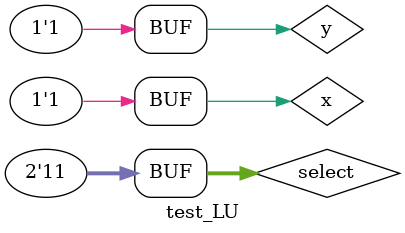
<source format=v>
module LU (output final_out, input a, input b, input [1:0] select);
    wire or_out, nor_out, xor_out, xnor_out;
    wire not_select0, not_select1;
    wire sa, sb, sc, sd;

    or OR1 (or_out, a, b);
    nor NOR1 (nor_out, a, b);
    xor XOR1 (xor_out, a, b);
    xnor XNOR1 (xnor_out, a, b);

    not NOT1 (not_select0, select[0]);
    not NOT2 (not_select1, select[1]);

    and AND1 (sa, nor_out, not_select1, not_select0);
    and AND2 (sb, or_out, not_select1, select[0]);
    and AND3 (sc, xor_out, select[1], not_select0);
    and AND4 (sd, xnor_out, select[1], select[0]);

    or OR2 (final_out, sa, sb, sc, sd);
endmodule

module test_LU;
reg x;
reg y;
reg [1:0] select;
wire z;

LU modulo (z, x, y, select);

initial begin : main
    $display("Guia_0701 - Guilherme Soares Silva - 863485");
    x = 1'b0; y = 1'b1; select = 2'b00;

    #1 $monitor("%4b %4b %2b | %4b", x, y, select, z);

    #1 x = 1'b0; y = 1'b0; select = 2'b00;
    #1 x = 1'b1; y = 1'b0; select = 2'b01;
    #1 x = 1'b1; y = 1'b1; select = 2'b10;
    #1 x = 1'b1; y = 1'b1; select = 2'b11;
end

endmodule


</source>
